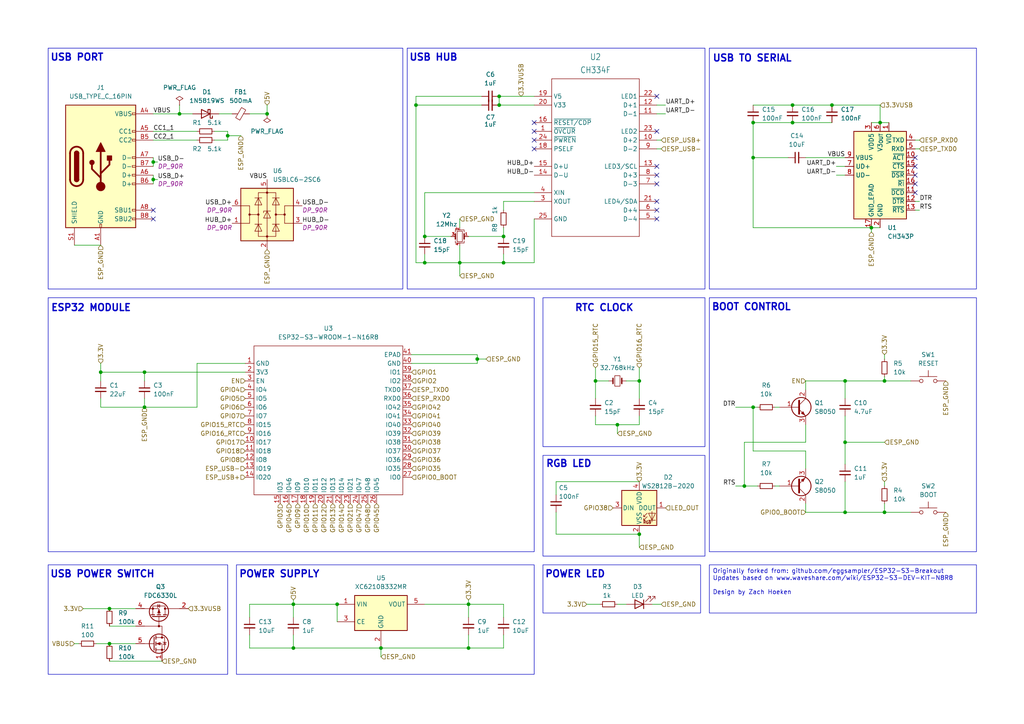
<source format=kicad_sch>
(kicad_sch (version 20250114) (generator "eeschema") (generator_version "9.0")
  (paper "A4")
  (lib_symbols
    (symbol "Connector:USB_C_Receptacle_USB2.0" (pin_names (offset 1.016))
      (property "Reference" "J" (at -10.16 19.05 0))
      (property "Value" "USB_C_Receptacle_USB2.0" (at 19.05 19.05 0))
      (symbol "USB_C_Receptacle_USB2.0_1_1"
        (pin passive line (at -7.62 -22.86 90) (length 5.08) (name "SHIELD") (number "S1"))
        (pin passive line (at 0 -22.86 90) (length 5.08) (name "GND") (number "A1"))
        (pin passive line (at 0 -22.86 90) (length 5.08) (hide yes) (name "GND") (number "A12"))
        (pin passive line (at 0 -22.86 90) (length 5.08) (hide yes) (name "GND") (number "B1"))
        (pin passive line (at 0 -22.86 90) (length 5.08) (hide yes) (name "GND") (number "B12"))
        (pin passive line (at 15.24 15.24 180) (length 5.08) (name "VBUS") (number "A4"))
        (pin passive line (at 15.24 15.24 180) (length 5.08) (hide yes) (name "VBUS") (number "A9"))
        (pin passive line (at 15.24 15.24 180) (length 5.08) (hide yes) (name "VBUS") (number "B4"))
        (pin passive line (at 15.24 15.24 180) (length 5.08) (hide yes) (name "VBUS") (number "B9"))
        (pin bidirectional line (at 15.24 10.16 180) (length 5.08) (name "CC1") (number "A5"))
        (pin bidirectional line (at 15.24 7.62 180) (length 5.08) (name "CC2") (number "B5"))
        (pin bidirectional line (at 15.24 2.54 180) (length 5.08) (name "D-") (number "A7"))
        (pin bidirectional line (at 15.24 0 180) (length 5.08) (name "D-") (number "B7"))
        (pin bidirectional line (at 15.24 -2.54 180) (length 5.08) (name "D+") (number "A6"))
        (pin bidirectional line (at 15.24 -5.08 180) (length 5.08) (name "D+") (number "B6"))
        (pin bidirectional line (at 15.24 -12.7 180) (length 5.08) (name "SBU1") (number "A8"))
        (pin bidirectional line (at 15.24 -15.24 180) (length 5.08) (name "SBU2") (number "B8"))
      )
    )
    (symbol "Device:C_Small" (pin_numbers (hide yes)) (pin_names (offset 0.254) (hide yes))
      (property "Reference" "C" (at 0.254 1.778 0))
      (property "Value" "C_Small" (at 0.254 -2.032 0))
      (symbol "C_Small_1_1"
        (pin passive line (at 0 2.54 270) (length 2.032) (name "~") (number "1"))
        (pin passive line (at 0 -2.54 90) (length 2.032) (name "~") (number "2"))
      )
    )
    (symbol "Device:Crystal_GND24_Small" (pin_names (offset 1.016) (hide yes))
      (property "Reference" "Y" (at 1.27 4.445 0))
      (property "Value" "Crystal_GND24_Small" (at 1.27 2.54 0))
      (symbol "Crystal_GND24_Small_1_1"
        (pin passive line (at -2.54 0 0) (length 1.27) (name "1") (number "1"))
        (pin passive line (at 0 2.54 270) (length 0.635) (name "4") (number "4"))
        (pin passive line (at 0 -2.54 90) (length 0.635) (name "2") (number "2"))
        (pin passive line (at 2.54 0 180) (length 1.27) (name "3") (number "3"))
      )
    )
    (symbol "Device:Crystal_Small" (pin_numbers (hide yes)) (pin_names (offset 1.016) (hide yes))
      (property "Reference" "Y" (at 0 2.54 0))
      (property "Value" "Crystal_Small" (at 0 -2.54 0))
      (symbol "Crystal_Small_1_1"
        (pin passive line (at -2.54 0 0) (length 1.27) (name "1") (number "1"))
        (pin passive line (at 2.54 0 180) (length 1.27) (name "2") (number "2"))
      )
    )
    (symbol "Device:FerriteBead_Small" (pin_numbers (hide yes)) (pin_names (offset 0))
      (property "Reference" "FB" (at 1.905 1.27 0))
      (property "Value" "FerriteBead_Small" (at 1.905 -1.27 0))
      (symbol "FerriteBead_Small_1_1"
        (pin passive line (at 0 2.54 270) (length 1.27) (name "~") (number "1"))
        (pin passive line (at 0 -2.54 90) (length 1.27) (name "~") (number "2"))
      )
    )
    (symbol "Device:LED" (pin_numbers (hide yes)) (pin_names (offset 1.016) (hide yes))
      (property "Reference" "D" (at 0 2.54 0))
      (property "Value" "LED" (at 0 -2.54 0))
      (symbol "LED_1_1"
        (pin passive line (at -3.81 0 0) (length 2.54) (name "K") (number "1"))
        (pin passive line (at 3.81 0 180) (length 2.54) (name "A") (number "2"))
      )
    )
    (symbol "Device:Q_NPN_BCE" (pin_names (offset 0) (hide yes))
      (property "Reference" "Q" (at 5.08 1.27 0))
      (property "Value" "Q_NPN_BCE" (at 5.08 -1.27 0))
      (symbol "Q_NPN_BCE_1_1"
        (pin input line (at -5.08 0 0) (length 5.715) (name "B") (number "1"))
        (pin passive line (at 2.54 5.08 270) (length 2.54) (name "C") (number "2"))
        (pin passive line (at 2.54 -5.08 90) (length 2.54) (name "E") (number "3"))
      )
    )
    (symbol "Device:R_Small" (pin_numbers (hide yes)) (pin_names (offset 0.254) (hide yes))
      (property "Reference" "R" (at 0.762 0.508 0))
      (property "Value" "R_Small" (at 0.762 -1.016 0))
      (symbol "R_Small_1_1"
        (pin passive line (at 0 2.54 270) (length 0.762) (name "~") (number "1"))
        (pin passive line (at 0 -2.54 90) (length 0.762) (name "~") (number "2"))
      )
    )
    (symbol "Diode:1N5819WS" (pin_numbers (hide yes)) (pin_names (offset 1.016) (hide yes))
      (property "Reference" "D" (at 0 2.54 0))
      (property "Value" "1N5819WS" (at 0 -2.54 0))
      (symbol "1N5819WS_1_1"
        (pin passive line (at -3.81 0 0) (length 2.54) (name "K") (number "1"))
        (pin passive line (at 3.81 0 180) (length 2.54) (name "A") (number "2"))
      )
    )
    (symbol "ESP32-S3-Breakout:ESP32-S3-WROOM"
      (property "Reference" "U" (at 0 1.27 0))
      (property "Value" "ESP32-S3-WROOM" (at 0 -1.27 0))
      (symbol "ESP32-S3-WROOM_0_0"
        (pin power_in line (at -24.13 16.51 0) (length 2.54) (name "GND") (number "1"))
        (pin power_in line (at -24.13 13.97 0) (length 2.54) (name "3V3") (number "2"))
        (pin input line (at -24.13 11.43 0) (length 2.54) (name "EN") (number "3"))
        (pin bidirectional line (at -24.13 8.89 0) (length 2.54) (name "IO4") (number "4"))
        (pin bidirectional line (at -24.13 6.35 0) (length 2.54) (name "IO5") (number "5"))
        (pin bidirectional line (at -24.13 3.81 0) (length 2.54) (name "IO6") (number "6"))
        (pin bidirectional line (at -24.13 1.27 0) (length 2.54) (name "IO7") (number "7"))
        (pin bidirectional line (at -24.13 -1.27 0) (length 2.54) (name "IO15") (number "8"))
        (pin bidirectional line (at -24.13 -3.81 0) (length 2.54) (name "IO16") (number "9"))
        (pin bidirectional line (at -24.13 -6.35 0) (length 2.54) (name "IO17") (number "10"))
        (pin bidirectional line (at -24.13 -8.89 0) (length 2.54) (name "IO18") (number "11"))
        (pin bidirectional line (at -24.13 -11.43 0) (length 2.54) (name "IO8") (number "12"))
        (pin bidirectional line (at -24.13 -13.97 0) (length 2.54) (name "IO19") (number "13"))
        (pin bidirectional line (at -24.13 -16.51 0) (length 2.54) (name "IO20") (number "14"))
        (pin bidirectional line (at -13.97 -24.13 90) (length 2.54) (name "IO3") (number "15"))
        (pin bidirectional line (at -11.43 -24.13 90) (length 2.54) (name "IO46") (number "16"))
        (pin bidirectional line (at -8.89 -24.13 90) (length 2.54) (name "IO9") (number "17"))
        (pin bidirectional line (at -6.35 -24.13 90) (length 2.54) (name "IO10") (number "18"))
        (pin bidirectional line (at -3.81 -24.13 90) (length 2.54) (name "IO11") (number "19"))
        (pin bidirectional line (at -1.27 -24.13 90) (length 2.54) (name "IO12") (number "20"))
        (pin bidirectional line (at 1.27 -24.13 90) (length 2.54) (name "IO13") (number "21"))
        (pin bidirectional line (at 3.81 -24.13 90) (length 2.54) (name "IO14") (number "22"))
        (pin bidirectional line (at 6.35 -24.13 90) (length 2.54) (name "IO21") (number "23"))
        (pin bidirectional line (at 8.89 -24.13 90) (length 2.54) (name "IO47") (number "24"))
        (pin bidirectional line (at 11.43 -24.13 90) (length 2.54) (name "IO48") (number "25"))
        (pin bidirectional line (at 13.97 -24.13 90) (length 2.54) (name "IO45") (number "26"))
        (pin power_in line (at 24.13 19.05 180) (length 2.54) (name "EPAD") (number "41"))
        (pin power_in line (at 24.13 16.51 180) (length 2.54) (name "GND") (number "40"))
        (pin bidirectional line (at 24.13 13.97 180) (length 2.54) (name "IO1") (number "39"))
        (pin bidirectional line (at 24.13 11.43 180) (length 2.54) (name "IO2") (number "38"))
        (pin bidirectional line (at 24.13 8.89 180) (length 2.54) (name "TXD0") (number "37"))
        (pin bidirectional line (at 24.13 6.35 180) (length 2.54) (name "RXD0") (number "36"))
        (pin bidirectional line (at 24.13 3.81 180) (length 2.54) (name "IO42") (number "35"))
        (pin bidirectional line (at 24.13 1.27 180) (length 2.54) (name "IO41") (number "34"))
        (pin bidirectional line (at 24.13 -1.27 180) (length 2.54) (name "IO40") (number "33"))
        (pin bidirectional line (at 24.13 -3.81 180) (length 2.54) (name "IO39") (number "32"))
        (pin bidirectional line (at 24.13 -6.35 180) (length 2.54) (name "IO38") (number "31"))
        (pin bidirectional line (at 24.13 -8.89 180) (length 2.54) (name "IO37") (number "30"))
        (pin bidirectional line (at 24.13 -11.43 180) (length 2.54) (name "IO36") (number "29"))
        (pin bidirectional line (at 24.13 -13.97 180) (length 2.54) (name "IO35") (number "28"))
        (pin bidirectional line (at 24.13 -16.51 180) (length 2.54) (name "IO0") (number "27"))
      )
    )
    (symbol "Interface_USB:CH343P"
      (property "Reference" "U" (at -8.89 13.97 0))
      (property "Value" "CH343P" (at 7.62 13.97 0))
      (symbol "CH343P_1_0"
        (pin power_in line (at -2.54 -15.24 90) (length 2.54) (name "GND_EPAD") (number "17"))
        (pin power_in line (at 0 -15.24 90) (length 2.54) (name "GND") (number "2"))
      )
      (symbol "CH343P_1_1"
        (pin input line (at -10.16 5.08 0) (length 2.54) (name "VBUS") (number "9"))
        (pin bidirectional line (at -10.16 2.54 0) (length 2.54) (name "UD+") (number "7"))
        (pin bidirectional line (at -10.16 0 0) (length 2.54) (name "UD-") (number "8"))
        (pin power_in line (at -2.54 15.24 270) (length 2.54) (name "VDD5") (number "3"))
        (pin power_out line (at 0 15.24 270) (length 2.54) (name "V3_{OUT}") (number "6"))
        (pin power_in line (at 2.54 15.24 270) (length 2.54) (name "VIO") (number "1"))
        (pin output line (at 10.16 10.16 180) (length 2.54) (name "TXD") (number "4"))
        (pin input line (at 10.16 7.62 180) (length 2.54) (name "RXD") (number "5"))
        (pin output line (at 10.16 5.08 180) (length 2.54) (name "~{ACT}") (number "10"))
        (pin input line (at 10.16 2.54 180) (length 2.54) (name "~{CTS}") (number "15"))
        (pin input line (at 10.16 0 180) (length 2.54) (name "~{DSR}") (number "14"))
        (pin input line (at 10.16 -2.54 180) (length 2.54) (name "~{RI}") (number "16"))
        (pin input line (at 10.16 -5.08 180) (length 2.54) (name "~{DCD}") (number "11"))
        (pin output line (at 10.16 -7.62 180) (length 2.54) (name "~{DTR}") (number "12"))
        (pin output line (at 10.16 -10.16 180) (length 2.54) (name "~{RTS}") (number "13"))
      )
    )
    (symbol "LED:WS2812B-2020" (pin_names (offset 0.254))
      (property "Reference" "D" (at 5.08 5.715 0))
      (property "Value" "WS2812B-2020" (at 1.27 -5.715 0))
      (symbol "WS2812B-2020_0_0"
        (text "RGB" (at 2.286 -4.191 0) (effects (font (size 0.762 0.762))))
      )
      (symbol "WS2812B-2020_1_1"
        (pin input line (at -7.62 0 0) (length 2.54) (name "DIN") (number "3"))
        (pin power_in line (at 0 7.62 270) (length 2.54) (name "VDD") (number "4"))
        (pin power_in line (at 0 -7.62 90) (length 2.54) (name "VSS") (number "2"))
        (pin output line (at 7.62 0 180) (length 2.54) (name "DOUT") (number "1"))
      )
    )
    (symbol "Power_Protection:USBLC6-2SC6" (pin_names (hide yes))
      (property "Reference" "U" (at 2.54 8.89 0))
      (property "Value" "USBLC6-2SC6" (at 2.54 -8.89 0))
      (symbol "USBLC6-2SC6_1_1"
        (pin passive line (at -10.16 2.54 0) (length 2.54) (name "I/O1") (number "6"))
        (pin passive line (at -10.16 -2.54 0) (length 2.54) (name "I/O1") (number "1"))
        (pin passive line (at 0 10.16 270) (length 2.54) (name "VBUS") (number "5"))
        (pin passive line (at 0 -10.16 90) (length 2.54) (name "GND") (number "2"))
        (pin passive line (at 10.16 2.54 180) (length 2.54) (name "I/O2") (number "4"))
        (pin passive line (at 10.16 -2.54 180) (length 2.54) (name "I/O2") (number "3"))
      )
    )
    (symbol "Regulator_Linear:XC6210B332MR"
      (property "Reference" "U" (at 0 8.89 0))
      (property "Value" "XC6210B332MR" (at 0 6.35 0))
      (symbol "XC6210B332MR_1_1"
        (pin power_in line (at -12.7 2.54 0) (length 5.08) (name "VIN") (number "1"))
        (pin input line (at -12.7 -2.54 0) (length 5.08) (name "CE") (number "3"))
        (pin power_in line (at 0 -10.16 90) (length 5.08) (name "GND") (number "2"))
        (pin power_out line (at 12.7 2.54 180) (length 5.08) (name "VOUT") (number "5"))
        (pin no_connect line (at 12.7 -2.54 180) (length 5.08) (hide yes) (name "NC") (number "4"))
      )
    )
    (symbol "Switch:SW_Push" (pin_numbers (hide yes)) (pin_names (offset 1.016) (hide yes))
      (property "Reference" "SW" (at 1.27 2.54 0))
      (property "Value" "SW_Push" (at 0 -1.524 0))
      (symbol "SW_Push_0_1"
        (pin passive line (at -5.08 0 0) (length 2.54) (name "1") (number "1"))
        (pin passive line (at 5.08 0 180) (length 2.54) (name "2") (number "2"))
      )
    )
    (symbol "Transistor_FET:FDC6330L" (pin_names (hide yes))
      (property "Reference" "Q" (at 3.175 1.905 0))
      (property "Value" "FDC6330L" (at 3.175 0 0))
      (symbol "FDC6330L_1_1"
        (pin passive line (at -7.62 7.62 0) (length 2.54) (name "S2") (number "4"))
        (pin passive line (at -7.62 2.54 0) (length 2.54) (name "D1") (number "6"))
        (pin passive line (at -7.62 -2.54 0) (length 2.54) (name "G1") (number "5"))
        (pin passive line (at 0 -7.62 90) (length 2.54) (name "S1") (number "1"))
        (pin passive line (at 7.62 7.62 180) (length 2.54) (name "D2") (number "2"))
        (pin passive line (at 7.62 7.62 180) (length 2.54) (hide yes) (name "D2") (number "3"))
      )
    )
    (symbol "power:PWR_FLAG" (power) (pin_numbers (hide yes)) (pin_names (offset 0) (hide yes))
      (property "Value" "PWR_FLAG" (at 0 3.81 0))
      (symbol "PWR_FLAG_0_0"
        (pin power_out line (at 0 0 90) (length 0) (name "pwr") (number "1"))
      )
    )
    (symbol "yarrboard:CH334F"
      (property "Reference" "U" (at -12.7 -25.4 0))
      (symbol "CH334F_1_0"
        (pin power_in line (at -17.78 17.78 0) (length 5.08) (name "V5") (number "19"))
        (pin power_in line (at -17.78 15.24 0) (length 5.08) (name "V33") (number "20"))
        (pin input line (at -17.78 10.16 0) (length 5.08) (name "~{RESET/CDP}") (number "16"))
        (pin input line (at -17.78 7.62 0) (length 5.08) (name "~{OVCUR}") (number "1"))
        (pin output line (at -17.78 5.08 0) (length 5.08) (name "~{PWREN}") (number "24"))
        (pin input line (at -17.78 2.54 0) (length 5.08) (name "PSELF") (number "18"))
        (pin bidirectional line (at -17.78 -2.54 0) (length 5.08) (name "D+U") (number "15"))
        (pin bidirectional line (at -17.78 -5.08 0) (length 5.08) (name "D-U") (number "14"))
        (pin input line (at -17.78 -10.16 0) (length 5.08) (name "XIN") (number "4"))
        (pin output line (at -17.78 -12.7 0) (length 5.08) (name "XOUT") (number "3"))
        (pin power_in line (at -17.78 -17.78 0) (length 5.08) (name "GND") (number "25"))
        (pin no_connect line (at -17.78 -21.59 0) (length 5.08) (hide yes) (name "2") (number "2"))
        (pin no_connect line (at 12.7 -21.59 180) (length 5.08) (hide yes) (name "17") (number "17"))
        (pin bidirectional line (at 17.78 17.78 180) (length 5.08) (name "LED1") (number "22"))
        (pin bidirectional line (at 17.78 15.24 180) (length 5.08) (name "D+1") (number "12"))
        (pin bidirectional line (at 17.78 12.7 180) (length 5.08) (name "D-1") (number "11"))
        (pin bidirectional line (at 17.78 7.62 180) (length 5.08) (name "LED2") (number "23"))
        (pin bidirectional line (at 17.78 5.08 180) (length 5.08) (name "D+2") (number "10"))
        (pin bidirectional line (at 17.78 2.54 180) (length 5.08) (name "D-2") (number "9"))
        (pin bidirectional line (at 17.78 -2.54 180) (length 5.08) (name "LED3/SCL") (number "13"))
        (pin bidirectional line (at 17.78 -5.08 180) (length 5.08) (name "D+3") (number "8"))
        (pin bidirectional line (at 17.78 -7.62 180) (length 5.08) (name "D-3") (number "7"))
        (pin bidirectional line (at 17.78 -12.7 180) (length 5.08) (name "LED4/SDA") (number "21"))
        (pin bidirectional line (at 17.78 -15.24 180) (length 5.08) (name "D+4") (number "6"))
        (pin bidirectional line (at 17.78 -17.78 180) (length 5.08) (name "D-4") (number "5"))
      )
    )
  )
  (rectangle (start 13.97 13.97) (end 116.84 83.82))
  (rectangle (start 205.74 86.36) (end 283.21 160.02))
  (rectangle (start 118.11 13.97) (end 204.47 83.82))
  (rectangle (start 68.58 163.83) (end 154.94 195.58))
  (rectangle (start 13.97 163.83) (end 66.04 195.58))
  (rectangle (start 157.48 86.36) (end 204.47 129.54))
  (rectangle (start 13.97 86.36) (end 154.94 160.02))
  (rectangle (start 157.48 132.08) (end 204.47 161.29))
  (rectangle (start 157.48 163.83) (end 203.2 177.8))
  (rectangle (start 205.74 13.97) (end 283.21 83.82))
  (text "RTC CLOCK" (at 175.26 89.408 0) (effects (font (size 2 2) (thickness 0.4) (bold yes))))
  (text "USB TO SERIAL" (at 218.186 17.018 0) (effects (font (size 2 2) (thickness 0.4) (bold yes))))
  (text "USB HUB" (at 125.73 16.764 0) (effects (font (size 2 2) (thickness 0.4) (bold yes))))
  (text "POWER LED" (at 157.988 166.624 0) (effects (font (size 2 2) (thickness 0.4) (bold yes)) (justify left)))
  (text "BOOT CONTROL" (at 217.932 89.154 0) (effects (font (size 2 2) (thickness 0.4) (bold yes))))
  (text "USB POWER SWITCH" (at 29.718 166.624 0) (effects (font (size 2 2) (thickness 0.4) (bold yes))))
  (text "ESP32 MODULE" (at 26.416 89.408 0) (effects (font (size 2 2) (thickness 0.4) (bold yes))))
  (text "RGB LED" (at 158.242 134.62 0) (effects (font (size 2 2) (thickness 0.4) (bold yes)) (justify left)))
  (text "POWER SUPPLY" (at 81.026 166.624 0) (effects (font (size 2 2) (thickness 0.4) (bold yes))))
  (text "USB PORT" (at 22.352 16.764 0) (effects (font (size 2 2) (thickness 0.4) (bold yes))))
  (text_box "Originally forked from: github.com/eggsampler/ESP32-S3-Breakout\nUpdates based on www.waveshare.com/wiki/ESP32-S3-DEV-KIT-N8R8\n\nDesign by Zach Hoeken" (at 205.74 163.83 0) (size 77.47 13.97) (margins 0.9525 0.9525 0.9525 0.9525) (effects (font (size 1.27 1.27)) (justify left top)))
  (junction (at 135.89 175.26))
  (junction (at 41.91 107.95))
  (junction (at 256.54 110.49))
  (junction (at 218.44 45.72))
  (junction (at 120.65 30.48))
  (junction (at 241.3 30.48))
  (junction (at 218.44 118.11))
  (junction (at 138.43 104.14))
  (junction (at 245.11 110.49))
  (junction (at 252.73 66.04))
  (junction (at 185.42 110.49))
  (junction (at 85.09 175.26))
  (junction (at 255.27 35.56))
  (junction (at 85.09 187.96))
  (junction (at 31.75 176.53))
  (junction (at 144.78 27.94))
  (junction (at 144.78 30.48))
  (junction (at 123.19 68.58))
  (junction (at 31.75 186.69))
  (junction (at 29.21 107.95))
  (junction (at 135.89 187.96))
  (junction (at 77.47 33.02))
  (junction (at 218.44 35.56))
  (junction (at 44.45 52.07))
  (junction (at 44.45 46.99))
  (junction (at 52.07 33.02))
  (junction (at 256.54 148.59))
  (junction (at 215.9 140.97))
  (junction (at 185.42 154.94))
  (junction (at 146.05 76.2))
  (junction (at 229.87 35.56))
  (junction (at 66.04 39.37))
  (junction (at 146.05 68.58))
  (junction (at 41.91 118.11))
  (junction (at 245.11 128.27))
  (junction (at 229.87 30.48))
  (junction (at 110.49 187.96))
  (junction (at 123.19 76.2))
  (junction (at 172.72 110.49))
  (junction (at 245.11 148.59))
  (junction (at 179.07 123.19))
  (junction (at 133.35 76.2))
  (junction (at 97.79 175.26))
  (no_connect (at 190.5 48.26))
  (no_connect (at 154.94 43.18))
  (no_connect (at 154.94 35.56))
  (no_connect (at 190.5 38.1))
  (no_connect (at 44.45 60.96))
  (no_connect (at 265.43 55.88))
  (no_connect (at 265.43 50.8))
  (no_connect (at 154.94 38.1))
  (no_connect (at 190.5 50.8))
  (no_connect (at 44.45 63.5))
  (no_connect (at 190.5 58.42))
  (no_connect (at 154.94 40.64))
  (no_connect (at 190.5 53.34))
  (no_connect (at 190.5 27.94))
  (no_connect (at 265.43 45.72))
  (no_connect (at 265.43 48.26))
  (no_connect (at 265.43 53.34))
  (no_connect (at 190.5 60.96))
  (no_connect (at 190.5 63.5))
  (wire (pts (xy 123.19 73.66) (xy 123.19 76.2)))
  (wire (pts (xy 218.44 130.81) (xy 218.44 118.11)))
  (wire (pts (xy 146.05 66.04) (xy 146.05 68.58)))
  (wire (pts (xy 85.09 173.99) (xy 85.09 175.26)))
  (wire (pts (xy 252.73 66.04) (xy 252.73 67.31)))
  (wire (pts (xy 224.79 118.11) (xy 226.06 118.11)))
  (wire (pts (xy 172.72 123.19) (xy 179.07 123.19)))
  (wire (pts (xy 44.45 50.8) (xy 44.45 52.07)))
  (wire (pts (xy 170.18 175.26) (xy 173.99 175.26)))
  (wire (pts (xy 85.09 175.26) (xy 97.79 175.26)))
  (wire (pts (xy 154.94 63.5) (xy 154.94 76.2)))
  (wire (pts (xy 144.78 30.48) (xy 144.78 27.94)))
  (wire (pts (xy 123.19 175.26) (xy 135.89 175.26)))
  (wire (pts (xy 191.77 43.18) (xy 190.5 43.18)))
  (wire (pts (xy 44.45 45.72) (xy 44.45 46.99)))
  (wire (pts (xy 85.09 184.15) (xy 85.09 187.96)))
  (wire (pts (xy 229.87 30.48) (xy 241.3 30.48)))
  (wire (pts (xy 41.91 107.95) (xy 71.12 107.95)))
  (wire (pts (xy 245.11 110.49) (xy 245.11 115.57)))
  (wire (pts (xy 110.49 187.96) (xy 110.49 190.5)))
  (wire (pts (xy 172.72 110.49) (xy 176.53 110.49)))
  (wire (pts (xy 52.07 30.48) (xy 52.07 33.02)))
  (wire (pts (xy 218.44 118.11) (xy 219.71 118.11)))
  (wire (pts (xy 241.3 30.48) (xy 255.27 30.48)))
  (wire (pts (xy 252.73 66.04) (xy 218.44 66.04)))
  (wire (pts (xy 72.39 33.02) (xy 77.47 33.02)))
  (wire (pts (xy 123.19 68.58) (xy 123.19 55.88)))
  (wire (pts (xy 245.11 120.65) (xy 245.11 128.27)))
  (wire (pts (xy 245.11 128.27) (xy 256.54 128.27)))
  (wire (pts (xy 133.35 76.2) (xy 133.35 80.01)))
  (wire (pts (xy 161.29 148.59) (xy 161.29 154.94)))
  (wire (pts (xy 146.05 58.42) (xy 146.05 60.96)))
  (wire (pts (xy 193.04 33.02) (xy 190.5 33.02)))
  (wire (pts (xy 31.75 181.61) (xy 39.37 181.61)))
  (wire (pts (xy 57.15 118.11) (xy 41.91 118.11)))
  (wire (pts (xy 218.44 66.04) (xy 218.44 45.72)))
  (wire (pts (xy 245.11 110.49) (xy 256.54 110.49)))
  (wire (pts (xy 233.68 45.72) (xy 245.11 45.72)))
  (wire (pts (xy 256.54 109.22) (xy 256.54 110.49)))
  (wire (pts (xy 146.05 175.26) (xy 146.05 179.07)))
  (wire (pts (xy 135.89 175.26) (xy 146.05 175.26)))
  (wire (pts (xy 120.65 30.48) (xy 120.65 76.2)))
  (wire (pts (xy 185.42 154.94) (xy 161.29 154.94)))
  (wire (pts (xy 77.47 33.02) (xy 77.47 30.48)))
  (wire (pts (xy 193.04 30.48) (xy 190.5 30.48)))
  (wire (pts (xy 144.78 30.48) (xy 154.94 30.48)))
  (wire (pts (xy 29.21 118.11) (xy 41.91 118.11)))
  (wire (pts (xy 146.05 187.96) (xy 146.05 184.15)))
  (wire (pts (xy 215.9 128.27) (xy 215.9 140.97)))
  (wire (pts (xy 62.23 40.64) (xy 66.04 40.64)))
  (wire (pts (xy 97.79 175.26) (xy 97.79 180.34)))
  (wire (pts (xy 85.09 187.96) (xy 72.39 187.96)))
  (wire (pts (xy 266.7 40.64) (xy 265.43 40.64)))
  (wire (pts (xy 154.94 58.42) (xy 146.05 58.42)))
  (wire (pts (xy 233.68 130.81) (xy 218.44 130.81)))
  (wire (pts (xy 29.21 105.41) (xy 29.21 107.95)))
  (wire (pts (xy 256.54 148.59) (xy 264.16 148.59)))
  (wire (pts (xy 29.21 115.57) (xy 29.21 118.11)))
  (wire (pts (xy 123.19 76.2) (xy 133.35 76.2)))
  (wire (pts (xy 185.42 110.49) (xy 185.42 115.57)))
  (wire (pts (xy 233.68 148.59) (xy 245.11 148.59)))
  (wire (pts (xy 52.07 33.02) (xy 55.88 33.02)))
  (wire (pts (xy 44.45 33.02) (xy 52.07 33.02)))
  (wire (pts (xy 213.36 118.11) (xy 218.44 118.11)))
  (wire (pts (xy 218.44 35.56) (xy 218.44 45.72)))
  (wire (pts (xy 213.36 140.97) (xy 215.9 140.97)))
  (wire (pts (xy 245.11 148.59) (xy 256.54 148.59)))
  (wire (pts (xy 189.23 175.26) (xy 191.77 175.26)))
  (wire (pts (xy 29.21 107.95) (xy 41.91 107.95)))
  (wire (pts (xy 133.35 71.12) (xy 133.35 76.2)))
  (wire (pts (xy 179.07 123.19) (xy 185.42 123.19)))
  (wire (pts (xy 31.75 186.69) (xy 39.37 186.69)))
  (wire (pts (xy 185.42 154.94) (xy 185.42 158.75)))
  (wire (pts (xy 135.89 179.07) (xy 135.89 175.26)))
  (wire (pts (xy 85.09 187.96) (xy 110.49 187.96)))
  (wire (pts (xy 266.7 43.18) (xy 265.43 43.18)))
  (wire (pts (xy 135.89 187.96) (xy 146.05 187.96)))
  (wire (pts (xy 41.91 115.57) (xy 41.91 118.11)))
  (wire (pts (xy 185.42 110.49) (xy 181.61 110.49)))
  (wire (pts (xy 71.12 105.41) (xy 57.15 105.41)))
  (wire (pts (xy 133.35 63.5) (xy 133.35 66.04)))
  (wire (pts (xy 224.79 140.97) (xy 226.06 140.97)))
  (wire (pts (xy 31.75 191.77) (xy 46.99 191.77)))
  (wire (pts (xy 154.94 76.2) (xy 146.05 76.2)))
  (wire (pts (xy 44.45 46.99) (xy 45.72 46.99)))
  (wire (pts (xy 123.19 55.88) (xy 154.94 55.88)))
  (wire (pts (xy 255.27 35.56) (xy 257.81 35.56)))
  (wire (pts (xy 233.68 110.49) (xy 245.11 110.49)))
  (wire (pts (xy 140.97 104.14) (xy 138.43 104.14)))
  (wire (pts (xy 62.23 38.1) (xy 66.04 38.1)))
  (wire (pts (xy 233.68 146.05) (xy 233.68 148.59)))
  (wire (pts (xy 252.73 66.04) (xy 255.27 66.04)))
  (wire (pts (xy 135.89 187.96) (xy 110.49 187.96)))
  (wire (pts (xy 218.44 35.56) (xy 229.87 35.56)))
  (wire (pts (xy 185.42 123.19) (xy 185.42 120.65)))
  (wire (pts (xy 191.77 40.64) (xy 190.5 40.64)))
  (wire (pts (xy 41.91 110.49) (xy 41.91 107.95)))
  (wire (pts (xy 266.7 60.96) (xy 265.43 60.96)))
  (wire (pts (xy 144.78 27.94) (xy 154.94 27.94)))
  (wire (pts (xy 172.72 110.49) (xy 172.72 115.57)))
  (wire (pts (xy 256.54 110.49) (xy 264.16 110.49)))
  (wire (pts (xy 31.75 176.53) (xy 39.37 176.53)))
  (wire (pts (xy 44.45 46.99) (xy 44.45 48.26)))
  (wire (pts (xy 245.11 148.59) (xy 245.11 139.7)))
  (wire (pts (xy 135.89 173.99) (xy 135.89 175.26)))
  (wire (pts (xy 185.42 106.68) (xy 185.42 110.49)))
  (wire (pts (xy 172.72 106.68) (xy 172.72 110.49)))
  (wire (pts (xy 85.09 179.07) (xy 85.09 175.26)))
  (wire (pts (xy 66.04 39.37) (xy 66.04 40.64)))
  (wire (pts (xy 233.68 135.89) (xy 233.68 130.81)))
  (wire (pts (xy 266.7 58.42) (xy 265.43 58.42)))
  (wire (pts (xy 218.44 30.48) (xy 229.87 30.48)))
  (wire (pts (xy 120.65 27.94) (xy 120.65 30.48)))
  (wire (pts (xy 44.45 52.07) (xy 45.72 52.07)))
  (wire (pts (xy 138.43 104.14) (xy 138.43 102.87)))
  (wire (pts (xy 242.57 50.8) (xy 245.11 50.8)))
  (wire (pts (xy 179.07 175.26) (xy 181.61 175.26)))
  (wire (pts (xy 256.54 102.87) (xy 256.54 104.14)))
  (wire (pts (xy 139.7 27.94) (xy 120.65 27.94)))
  (wire (pts (xy 233.68 113.03) (xy 233.68 110.49)))
  (wire (pts (xy 72.39 187.96) (xy 72.39 184.15)))
  (wire (pts (xy 57.15 105.41) (xy 57.15 118.11)))
  (wire (pts (xy 44.45 52.07) (xy 44.45 53.34)))
  (wire (pts (xy 119.38 105.41) (xy 138.43 105.41)))
  (wire (pts (xy 256.54 139.7) (xy 256.54 140.97)))
  (wire (pts (xy 215.9 140.97) (xy 219.71 140.97)))
  (wire (pts (xy 29.21 110.49) (xy 29.21 107.95)))
  (wire (pts (xy 161.29 139.7) (xy 161.29 143.51)))
  (wire (pts (xy 24.13 176.53) (xy 31.75 176.53)))
  (wire (pts (xy 66.04 38.1) (xy 66.04 39.37)))
  (wire (pts (xy 229.87 35.56) (xy 241.3 35.56)))
  (wire (pts (xy 66.04 39.37) (xy 69.85 39.37)))
  (wire (pts (xy 161.29 139.7) (xy 185.42 139.7)))
  (wire (pts (xy 72.39 175.26) (xy 72.39 179.07)))
  (wire (pts (xy 120.65 30.48) (xy 139.7 30.48)))
  (wire (pts (xy 135.89 68.58) (xy 146.05 68.58)))
  (wire (pts (xy 233.68 123.19) (xy 233.68 128.27)))
  (wire (pts (xy 120.65 76.2) (xy 123.19 76.2)))
  (wire (pts (xy 44.45 40.64) (xy 57.15 40.64)))
  (wire (pts (xy 135.89 184.15) (xy 135.89 187.96)))
  (wire (pts (xy 123.19 68.58) (xy 130.81 68.58)))
  (wire (pts (xy 256.54 146.05) (xy 256.54 148.59)))
  (wire (pts (xy 27.94 186.69) (xy 31.75 186.69)))
  (wire (pts (xy 242.57 48.26) (xy 245.11 48.26)))
  (wire (pts (xy 146.05 76.2) (xy 133.35 76.2)))
  (wire (pts (xy 63.5 33.02) (xy 67.31 33.02)))
  (wire (pts (xy 85.09 175.26) (xy 72.39 175.26)))
  (wire (pts (xy 172.72 123.19) (xy 172.72 120.65)))
  (wire (pts (xy 218.44 45.72) (xy 228.6 45.72)))
  (wire (pts (xy 245.11 128.27) (xy 245.11 134.62)))
  (wire (pts (xy 21.59 71.12) (xy 29.21 71.12)))
  (wire (pts (xy 138.43 105.41) (xy 138.43 104.14)))
  (wire (pts (xy 119.38 102.87) (xy 138.43 102.87)))
  (wire (pts (xy 255.27 30.48) (xy 255.27 35.56)))
  (wire (pts (xy 233.68 128.27) (xy 215.9 128.27)))
  (wire (pts (xy 146.05 73.66) (xy 146.05 76.2)))
  (wire (pts (xy 44.45 38.1) (xy 57.15 38.1)))
  (wire (pts (xy 179.07 123.19) (xy 179.07 125.73)))
  (wire (pts (xy 21.59 186.69) (xy 22.86 186.69)))
  (wire (pts (xy 252.73 35.56) (xy 255.27 35.56)))
  (label "USB_D+" (at 67.31 59.69 180) (property "Netclass" "DP_90R" (at 67.31 60.96 0) (effects (font (italic yes)) (justify right))))
  (label "USB_D-" (at 87.63 59.69 0) (property "Netclass" "DP_90R" (at 87.63 60.96 0) (effects (font (italic yes)) (justify left))))
  (label "UART_D-" (at 242.57 50.8 180) (property "Netclass" "DP_90R" (effects (hide yes))))
  (label "RTS" (at 213.36 140.97 180))
  (label "HUB_D-" (at 154.94 50.8 180) (property "Netclass" "DP_90R" (effects (hide yes))))
  (label "UART_D+" (at 242.57 48.26 180) (property "Netclass" "DP_90R" (effects (hide yes))))
  (label "DTR" (at 213.36 118.11 180))
  (label "HUB_D+" (at 67.31 64.77 180) (property "Netclass" "DP_90R" (at 67.31 66.04 0) (effects (font (italic yes)) (justify right))))
  (label "CC2_1" (at 44.45 40.64 0))
  (label "VBUS" (at 44.45 33.02 0))
  (label "UART_D+" (at 193.04 30.48 0) (property "Netclass" "DP_90R" (effects (hide yes))))
  (label "HUB_D-" (at 87.63 64.77 0) (property "Netclass" "DP_90R" (at 87.63 66.04 0) (effects (font (italic yes)) (justify left))))
  (label "RTS" (at 266.7 60.96 0))
  (label "HUB_D+" (at 154.94 48.26 180) (property "Netclass" "DP_90R" (effects (hide yes))))
  (label "USB_D+" (at 45.72 52.07 0) (property "Netclass" "DP_90R" (at 45.72 53.34 0) (effects (font (italic yes)) (justify left))))
  (label "VBUS" (at 77.47 52.07 180))
  (label "UART_D-" (at 193.04 33.02 0) (property "Netclass" "DP_90R" (effects (hide yes))))
  (label "DTR" (at 266.7 58.42 0))
  (label "CC1_1" (at 44.45 38.1 0))
  (label "USB_D-" (at 45.72 46.99 0) (property "Netclass" "DP_90R" (at 45.72 48.26 0) (effects (font (italic yes)) (justify left))))
  (label "VBUS" (at 245.11 45.72 180))
  (hierarchical_label "GPIO35" (shape input) (at 119.38 135.89 0))
  (hierarchical_label "5V" (shape input) (at 77.47 30.48 90))
  (hierarchical_label "3.3V" (shape input) (at 185.42 139.7 90))
  (hierarchical_label "GPIO16_RTC" (shape input) (at 185.42 106.68 90))
  (hierarchical_label "ESP_GND" (shape input) (at 140.97 104.14 0))
  (hierarchical_label "ESP_GND" (shape input) (at 191.77 175.26 0))
  (hierarchical_label "GPIO8" (shape input) (at 71.12 133.35 180))
  (hierarchical_label "GPIO15_RTC" (shape input) (at 71.12 123.19 180))
  (hierarchical_label "GPIO48" (shape input) (at 106.68 146.05 270))
  (hierarchical_label "GPIO4" (shape input) (at 71.12 113.03 180))
  (hierarchical_label "ESP_GND" (shape input) (at 179.07 125.73 0))
  (hierarchical_label "GPIO37" (shape input) (at 119.38 130.81 0))
  (hierarchical_label "GPIO15_RTC" (shape input) (at 172.72 106.68 90))
  (hierarchical_label "GPIO1" (shape input) (at 119.38 107.95 0))
  (hierarchical_label "ESP_GND" (shape input) (at 133.35 80.01 0))
  (hierarchical_label "3.3V" (shape input) (at 256.54 102.87 90))
  (hierarchical_label "ESP_USB-" (shape input) (at 191.77 43.18 0) (property "Netclass" "DP_90R" (effects (hide yes))))
  (hierarchical_label "5V" (shape input) (at 85.09 173.99 90))
  (hierarchical_label "EN" (shape input) (at 233.68 110.49 180))
  (hierarchical_label "ESP_RXD0" (shape input) (at 119.38 115.57 0))
  (hierarchical_label "GPIO11" (shape input) (at 91.44 146.05 270))
  (hierarchical_label "ESP_GND" (shape input) (at 69.85 39.37 270))
  (hierarchical_label "ESP_GND" (shape input) (at 274.32 110.49 270))
  (hierarchical_label "ESP_USB-" (shape input) (at 71.12 135.89 180) (property "Netclass" "DP_90R" (effects (hide yes))))
  (hierarchical_label "GPIO45" (shape input) (at 109.22 146.05 270))
  (hierarchical_label "GPIO9" (shape input) (at 86.36 146.05 270))
  (hierarchical_label "GPIO10" (shape input) (at 88.9 146.05 270))
  (hierarchical_label "ESP_RXD0" (shape input) (at 266.7 40.64 0))
  (hierarchical_label "ESP_GND" (shape input) (at 185.42 158.75 0))
  (hierarchical_label "ESP_GND" (shape input) (at 77.47 72.39 270))
  (hierarchical_label "GPIO6" (shape input) (at 71.12 118.11 180))
  (hierarchical_label "GPIO21" (shape input) (at 101.6 146.05 270))
  (hierarchical_label "3.3V" (shape input) (at 135.89 173.99 90))
  (hierarchical_label "GPIO14" (shape input) (at 99.06 146.05 270))
  (hierarchical_label "GPIO0_BOOT" (shape input) (at 119.38 138.43 0))
  (hierarchical_label "3.3VUSB" (shape input) (at 54.61 176.53 0))
  (hierarchical_label "3.3V" (shape input) (at 24.13 176.53 180))
  (hierarchical_label "GPIO3" (shape input) (at 81.28 146.05 270))
  (hierarchical_label "GPIO42" (shape input) (at 119.38 118.11 0))
  (hierarchical_label "3.3VUSB" (shape input) (at 151.13 27.94 90))
  (hierarchical_label "GPIO40" (shape input) (at 119.38 123.19 0))
  (hierarchical_label "GPIO39" (shape input) (at 119.38 125.73 0))
  (hierarchical_label "GPIO7" (shape input) (at 71.12 120.65 180))
  (hierarchical_label "GPIO46" (shape input) (at 83.82 146.05 270))
  (hierarchical_label "ESP_TXD0" (shape input) (at 266.7 43.18 0))
  (hierarchical_label "GPIO47" (shape input) (at 104.14 146.05 270))
  (hierarchical_label "ESP_USB+" (shape input) (at 191.77 40.64 0) (property "Netclass" "DP_90R" (effects (hide yes))))
  (hierarchical_label "GPIO38" (shape input) (at 177.8 147.32 180))
  (hierarchical_label "3.3V" (shape input) (at 29.21 105.41 90))
  (hierarchical_label "GPIO41" (shape input) (at 119.38 120.65 0))
  (hierarchical_label "ESP_GND" (shape input) (at 46.99 191.77 0))
  (hierarchical_label "GPIO16_RTC" (shape input) (at 71.12 125.73 180))
  (hierarchical_label "ESP_GND" (shape input) (at 29.21 71.12 270))
  (hierarchical_label "GPIO13" (shape input) (at 96.52 146.05 270))
  (hierarchical_label "GPIO17" (shape input) (at 71.12 128.27 180))
  (hierarchical_label "VBUS" (shape input) (at 21.59 186.69 180))
  (hierarchical_label "ESP_GND" (shape input) (at 110.49 190.5 0))
  (hierarchical_label "LED_OUT" (shape input) (at 193.04 147.32 0))
  (hierarchical_label "ESP_GND" (shape input) (at 256.54 128.27 0))
  (hierarchical_label "ESP_GND" (shape input) (at 252.73 67.31 270))
  (hierarchical_label "ESP_USB+" (shape input) (at 71.12 138.43 180) (property "Netclass" "DP_90R" (effects (hide yes))))
  (hierarchical_label "ESP_GND" (shape input) (at 133.35 63.5 0))
  (hierarchical_label "GPIO0_BOOT" (shape input) (at 233.68 148.59 180))
  (hierarchical_label "EN" (shape input) (at 71.12 110.49 180))
  (hierarchical_label "ESP_GND" (shape input) (at 274.32 148.59 270))
  (hierarchical_label "GPIO38" (shape input) (at 119.38 128.27 0))
  (hierarchical_label "GPIO12" (shape input) (at 93.98 146.05 270))
  (hierarchical_label "GPIO2" (shape input) (at 119.38 110.49 0))
  (hierarchical_label "3.3VUSB" (shape input) (at 255.27 30.48 0))
  (hierarchical_label "ESP_GND" (shape input) (at 41.91 118.11 270))
  (hierarchical_label "ESP_TXD0" (shape input) (at 119.38 113.03 0))
  (hierarchical_label "GPIO18" (shape input) (at 71.12 130.81 180))
  (hierarchical_label "GPIO36" (shape input) (at 119.38 133.35 0))
  (hierarchical_label "GPIO5" (shape input) (at 71.12 115.57 180))
  (hierarchical_label "3.3V" (shape input) (at 256.54 139.7 90))
  (hierarchical_label "3.3V" (shape input) (at 170.18 175.26 180))
  (symbol (lib_id "Device:Q_NPN_BCE") (at 231.14 140.97 0) (mirror x) (unit 1)
    (property "Reference" "Q2" (at 236.22 139.6999 0) (effects (justify left)))
    (property "Value" "S8050" (at 236.22 142.2399 0) (effects (justify left)))
    (property "Footprint" "Package_TO_SOT_SMD:SOT-23" (effects (hide yes)))
    (property "LCSC" "C916390" (effects (hide yes)))
  )
  (symbol (lib_id "power:PWR_FLAG") (at 77.47 33.02 180) (unit 1)
    (property "Reference" "#FLG03" (effects (hide yes)))
    (property "Value" "PWR_FLAG" (at 77.47 38.1 0))
  )
  (symbol (lib_id "yarrboard:CH334F") (at 172.72 45.72 0) (unit 1)
    (property "Reference" "U2" (at 172.72 16.51 0) (effects (font (size 1.778 1.5113))))
    (property "Value" "CH334F" (at 172.72 20.32 0) (effects (font (size 1.778 1.5113))))
    (property "Footprint" "Package_DFN_QFN:QFN-24-1EP_4x4mm_P0.5mm_EP2.7x2.7mm_ThermalVias" (effects (hide yes)))
  )
  (symbol (lib_id "Device:R_Small") (at 59.69 40.64 90) (unit 1)
    (property "Reference" "R2" (at 57.15 43.18 90))
    (property "Value" "5.1k" (at 62.23 43.18 90))
    (property "Footprint" "Resistor_SMD:R_0603_1608Metric" (effects (hide yes)))
    (property "LCSC" "C105580" (effects (hide yes)))
  )
  (symbol (lib_id "Device:Crystal_GND24_Small") (at 133.35 68.58 180) (unit 1)
    (property "Reference" "Y2" (at 129.54 62.484 0))
    (property "Value" "12Mhz" (at 129.54 65.024 0))
    (property "Footprint" "Crystal:Crystal_SMD_SeikoEpson_TSX3225-4Pin_3.2x2.5mm" (effects (hide yes)))
    (property "Description" "Four pin crystal, GND on pins 2 and 4, small symbol" (effects (hide yes)))
    (property "LCSC" "C9002" (effects (hide yes)))
  )
  (symbol (lib_id "Device:C_Small") (at 85.09 181.61 0) (unit 1)
    (property "Reference" "C8" (at 87.63 180.3462 0) (effects (justify left)))
    (property "Value" "1uF" (at 87.63 182.8862 0) (effects (justify left)))
    (property "Footprint" "Capacitor_SMD:C_0603_1608Metric" (effects (hide yes)))
  )
  (symbol (lib_id "Device:LED") (at 185.42 175.26 180) (unit 1)
    (property "Reference" "D3" (at 184.912 170.18 0))
    (property "Value" "LED" (at 184.912 172.72 0))
    (property "Footprint" "LED_SMD:LED_0603_1608Metric" (effects (hide yes)))
    (property "Description" "Light emitting diode" (effects (hide yes)))
    (property "Sim.Pins" "1=K 2=A" (effects (hide yes)))
  )
  (symbol (lib_id "Device:C_Small") (at 29.21 113.03 0) (unit 1)
    (property "Reference" "C1" (at 31.75 111.7662 0) (effects (justify left)))
    (property "Value" "22uF" (at 31.75 114.3062 0) (effects (justify left)))
    (property "Footprint" "Capacitor_SMD:C_0603_1608Metric" (effects (hide yes)))
  )
  (symbol (lib_id "Device:R_Small") (at 176.53 175.26 90) (unit 1)
    (property "Reference" "R3" (at 176.022 170.18 90))
    (property "Value" "1k" (at 176.022 172.72 90))
    (property "Footprint" "Resistor_SMD:R_0603_1608Metric" (effects (hide yes)))
  )
  (symbol (lib_id "Device:C_Small") (at 185.42 118.11 0) (unit 1)
    (property "Reference" "C4" (at 187.96 116.8462 0) (effects (justify left)))
    (property "Value" "15pF" (at 187.96 119.3862 0) (effects (justify left)))
    (property "Footprint" "Capacitor_SMD:C_0603_1608Metric" (effects (hide yes)))
  )
  (symbol (lib_id "Device:Crystal_Small") (at 179.07 110.49 180) (unit 1)
    (property "Reference" "Y1" (at 179.07 104.14 0))
    (property "Value" "32.768kHz" (at 179.07 106.68 0))
    (property "Footprint" "Crystal:Crystal_SMD_3215-2Pin_3.2x1.5mm" (effects (hide yes)))
    (property "LCSC" "C97606" (effects (hide yes)))
  )
  (symbol (lib_id "Device:C_Small") (at 146.05 71.12 0) (unit 1)
    (property "Reference" "C19" (at 148.59 69.8562 0) (effects (justify left)))
    (property "Value" "15pF" (at 148.59 72.3962 0) (effects (justify left)))
    (property "Footprint" "Capacitor_SMD:C_0603_1608Metric" (effects (hide yes)))
  )
  (symbol (lib_id "Device:R_Small") (at 222.25 118.11 90) (unit 1)
    (property "Reference" "R6" (at 222.25 111.76 90))
    (property "Value" "10k" (at 222.25 114.3 90))
    (property "Footprint" "Resistor_SMD:R_0603_1608Metric" (effects (hide yes)))
  )
  (symbol (lib_id "Device:R_Small") (at 25.4 186.69 270) (unit 1)
    (property "Reference" "R11" (at 25.4 181.61 90))
    (property "Value" "100" (at 25.4 184.15 90))
    (property "Footprint" "Resistor_SMD:R_0603_1608Metric" (effects (hide yes)))
  )
  (symbol (lib_id "Device:C_Small") (at 229.87 33.02 0) (unit 1)
    (property "Reference" "C16" (at 232.41 31.7562 0) (effects (justify left)))
    (property "Value" "100nF" (at 232.41 34.2962 0) (effects (justify left)))
    (property "Footprint" "Capacitor_SMD:C_0603_1608Metric" (effects (hide yes)))
  )
  (symbol (lib_id "Device:C_Small") (at 245.11 118.11 0) (unit 1)
    (property "Reference" "C10" (at 247.65 116.8462 0) (effects (justify left)))
    (property "Value" "4.7uF" (at 247.65 119.3862 0) (effects (justify left)))
    (property "Footprint" "Capacitor_SMD:C_0603_1608Metric" (effects (hide yes)))
  )
  (symbol (lib_id "Device:C_Small") (at 142.24 27.94 270) (unit 1)
    (property "Reference" "C6" (at 142.2336 21.59 90))
    (property "Value" "1uF" (at 142.24 24.13 90))
    (property "Footprint" "Capacitor_SMD:C_0603_1608Metric" (effects (hide yes)))
  )
  (symbol (lib_id "Interface_USB:CH343P") (at 255.27 50.8 0) (unit 1)
    (property "Reference" "U1" (at 257.4133 66.04 0) (effects (justify left)))
    (property "Value" "CH343P" (at 257.4133 68.58 0) (effects (justify left)))
    (property "Footprint" "Package_DFN_QFN:QFN-16-1EP_3x3mm_P0.5mm_EP1.7x1.7mm_ThermalVias" (effects (hide yes)))
    (property "Datasheet" "https://www.wch-ic.com/downloads/CH343DS1_PDF.html" (effects (hide yes)))
    (property "Description" "High-Speed USB serial converter, up to 6Mbps, 3.3V or 5V supply, UART, QFN-16" (effects (hide yes)))
  )
  (symbol (lib_id "Regulator_Linear:XC6210B332MR") (at 110.49 177.8 0) (unit 1)
    (property "Reference" "U5" (at 110.49 167.64 0))
    (property "Value" "XC6210B332MR" (at 110.49 170.18 0))
    (property "Footprint" "Package_TO_SOT_SMD:SOT-23-5" (effects (hide yes)))
    (property "Datasheet" "https://www.torexsemi.com/file/xc6210/XC6210.pdf" (effects (hide yes)))
  )
  (symbol (lib_id "Power_Protection:USBLC6-2SC6") (at 77.47 62.23 0) (unit 1)
    (property "Reference" "U6" (at 79.1211 49.53 0) (effects (justify left)))
    (property "Value" "USBLC6-2SC6" (at 79.1211 52.07 0) (effects (justify left)))
    (property "Footprint" "Package_TO_SOT_SMD:SOT-23-6" (effects (hide yes)))
    (property "Datasheet" "https://www.st.com/resource/en/datasheet/usblc6-2.pdf" (effects (hide yes)))
    (property "LCSC" "C7519" (effects (hide yes)))
  )
  (symbol (lib_id "Device:C_Small") (at 245.11 137.16 0) (unit 1)
    (property "Reference" "C11" (at 247.65 135.8962 0) (effects (justify left)))
    (property "Value" "1uF" (at 247.65 138.4362 0) (effects (justify left)))
    (property "Footprint" "Capacitor_SMD:C_0603_1608Metric" (effects (hide yes)))
  )
  (symbol (lib_id "Device:C_Small") (at 142.24 30.48 90) (unit 1)
    (property "Reference" "C7" (at 142.24 34.036 90))
    (property "Value" "1uF" (at 142.24 36.068 90))
    (property "Footprint" "Capacitor_SMD:C_0603_1608Metric" (effects (hide yes)))
  )
  (symbol (lib_id "Device:C_Small") (at 41.91 113.03 0) (unit 1)
    (property "Reference" "C3" (at 44.45 111.7662 0) (effects (justify left)))
    (property "Value" "100nF" (at 44.45 114.3062 0) (effects (justify left)))
    (property "Footprint" "Capacitor_SMD:C_0603_1608Metric" (effects (hide yes)))
  )
  (symbol (lib_id "Device:R_Small") (at 222.25 140.97 90) (unit 1)
    (property "Reference" "R7" (at 222.25 134.62 90))
    (property "Value" "10k" (at 222.25 137.16 90))
    (property "Footprint" "Resistor_SMD:R_0603_1608Metric" (effects (hide yes)))
  )
  (symbol (lib_id "LED:WS2812B-2020") (at 185.42 147.32 0) (unit 1)
    (property "Reference" "D2" (at 193.802 138.43 0))
    (property "Value" "WS2812B-2020" (at 193.802 140.97 0))
    (property "Footprint" "LED_SMD:LED_WS2812B-2020_PLCC4_2.0x2.0mm" (effects (hide yes)))
    (property "Datasheet" "https://cdn-shop.adafruit.com/product-files/4684/4684_WS2812B-2020_V1.3_EN.pdf" (effects (hide yes)))
    (property "Description" "RGB LED with integrated controller, 2.0 x 2.0 mm, 12 mA" (effects (hide yes)))
  )
  (symbol (lib_id "Transistor_FET:FDC6330L") (at 46.99 184.15 0) (unit 1)
    (property "Reference" "Q3" (at 46.5455 170.18 0))
    (property "Value" "FDC6330L" (at 46.5455 172.72 0))
    (property "Footprint" "Package_TO_SOT_SMD:TSOT-23-6" (effects (hide yes)))
    (property "Datasheet" "https://www.onsemi.com/pub/Collateral/FDC6330L-D.PDF" (effects (hide yes)))
    (property "Description" "-2.3A, 20V Vds, Integrated load switch, P-Channel MOSFET driven by small N-Channel MOSFET, TSOT-23-6" (effects (hide yes)))
  )
  (symbol (lib_id "Switch:SW_Push") (at 269.24 110.49 0) (unit 1)
    (property "Reference" "SW1" (at 269.24 102.87 0))
    (property "Value" "RESET" (at 269.24 105.41 0))
    (property "Footprint" "Button_Switch_SMD:SW_SPST_B3U-1000P" (effects (hide yes)))
    (property "LCSC" "C843684" (effects (hide yes)))
  )
  (symbol (lib_id "Device:C_Small") (at 218.44 33.02 0) (unit 1)
    (property "Reference" "C15" (at 220.98 31.7562 0) (effects (justify left)))
    (property "Value" "100nF" (at 220.98 34.2962 0) (effects (justify left)))
    (property "Footprint" "Capacitor_SMD:C_0603_1608Metric" (effects (hide yes)))
  )
  (symbol (lib_id "Device:R_Small") (at 146.05 63.5 180) (unit 1)
    (property "Reference" "R8" (at 143.51 66.04 90))
    (property "Value" "1k" (at 143.51 60.96 90))
    (property "Footprint" "Resistor_SMD:R_0603_1608Metric" (effects (hide yes)))
  )
  (symbol (lib_id "Device:C_Small") (at 123.19 71.12 0) (unit 1)
    (property "Reference" "C18" (at 125.73 69.8562 0) (effects (justify left)))
    (property "Value" "15pF" (at 125.73 72.3962 0) (effects (justify left)))
    (property "Footprint" "Capacitor_SMD:C_0603_1608Metric" (effects (hide yes)))
  )
  (symbol (lib_id "Device:C_Small") (at 72.39 181.61 0) (unit 1)
    (property "Reference" "C13" (at 74.93 180.3462 0) (effects (justify left)))
    (property "Value" "10uF" (at 74.93 182.8862 0) (effects (justify left)))
    (property "Footprint" "Capacitor_SMD:C_0603_1608Metric" (effects (hide yes)))
  )
  (symbol (lib_id "Device:R_Small") (at 31.75 189.23 180) (unit 1)
    (property "Reference" "R10" (at 34.29 187.9599 0) (effects (justify right)))
    (property "Value" "100k" (at 34.29 190.4999 0) (effects (justify right)))
    (property "Footprint" "Resistor_SMD:R_0603_1608Metric" (effects (hide yes)))
  )
  (symbol (lib_id "Switch:SW_Push") (at 269.24 148.59 0) (unit 1)
    (property "Reference" "SW2" (at 269.24 140.97 0))
    (property "Value" "BOOT" (at 269.24 143.51 0))
    (property "Footprint" "Button_Switch_SMD:SW_SPST_B3U-1000P" (effects (hide yes)))
    (property "LCSC" "C843684" (effects (hide yes)))
  )
  (symbol (lib_id "Device:C_Small") (at 241.3 33.02 0) (unit 1)
    (property "Reference" "C17" (at 243.84 31.7562 0) (effects (justify left)))
    (property "Value" "100nF" (at 243.84 34.2962 0) (effects (justify left)))
    (property "Footprint" "Capacitor_SMD:C_0603_1608Metric" (effects (hide yes)))
  )
  (symbol (lib_id "Device:FerriteBead_Small") (at 69.85 33.02 90) (unit 1)
    (property "Reference" "FB1" (at 69.8119 26.67 90))
    (property "Value" "500mA" (at 69.8119 29.21 90))
    (property "Footprint" "Fuse:Fuse_0603_1608Metric" (effects (hide yes)))
    (property "LCSC" "C69679" (effects (hide yes)))
  )
  (symbol (lib_id "Device:C_Small") (at 146.05 181.61 0) (unit 1)
    (property "Reference" "C12" (at 148.59 180.3462 0) (effects (justify left)))
    (property "Value" "10uF" (at 148.59 182.8862 0) (effects (justify left)))
    (property "Footprint" "Capacitor_SMD:C_0603_1608Metric" (effects (hide yes)))
  )
  (symbol (lib_id "Device:C_Small") (at 161.29 146.05 0) (mirror y) (unit 1)
    (property "Reference" "C5" (at 162.052 141.478 0) (effects (justify right)))
    (property "Value" "100nF" (at 162.052 144.018 0) (effects (justify right)))
    (property "Footprint" "Capacitor_SMD:C_0603_1608Metric" (effects (hide yes)))
  )
  (symbol (lib_id "ESP32-S3-Breakout:ESP32-S3-WROOM") (at 95.25 121.92 0) (unit 1)
    (property "Reference" "U3" (at 95.25 95.25 0))
    (property "Value" "ESP32-S3-WROOM-1-N16R8" (at 95.25 97.79 0))
    (property "Footprint" "RF_Module:ESP32-S3-WROOM-1" (effects (hide yes)))
  )
  (symbol (lib_id "Connector:USB_C_Receptacle_USB2.0") (at 29.21 48.26 0) (unit 1)
    (property "Reference" "J1" (at 29.21 25.4 0))
    (property "Value" "USB_TYPE_C_16PIN" (at 29.21 27.94 0))
    (property "Footprint" "Connector_USB:USB_C_Receptacle_GCT_USB4105-xx-A_16P_TopMnt_Horizontal" (effects (hide yes)))
    (property "LCSC" "C393939" (effects (hide yes)))
  )
  (symbol (lib_id "power:PWR_FLAG") (at 52.07 30.48 0) (unit 1)
    (property "Reference" "#FLG02" (effects (hide yes)))
    (property "Value" "PWR_FLAG" (at 52.07 25.4 0))
  )
  (symbol (lib_id "Device:Q_NPN_BCE") (at 231.14 118.11 0) (unit 1)
    (property "Reference" "Q1" (at 236.22 116.8399 0) (effects (justify left)))
    (property "Value" "S8050" (at 236.22 119.3799 0) (effects (justify left)))
    (property "Footprint" "Package_TO_SOT_SMD:SOT-23" (effects (hide yes)))
    (property "LCSC" "C916390" (effects (hide yes)))
  )
  (symbol (lib_id "Device:C_Small") (at 231.14 45.72 90) (unit 1)
    (property "Reference" "C14" (at 231.1463 39.37 90))
    (property "Value" "10uF" (at 231.1463 41.91 90))
    (property "Footprint" "Capacitor_SMD:C_0603_1608Metric" (effects (hide yes)))
  )
  (symbol (lib_id "Device:R_Small") (at 256.54 143.51 180) (unit 1)
    (property "Reference" "R4" (at 259.08 142.2399 0) (effects (justify right)))
    (property "Value" "10k" (at 259.08 144.7799 0) (effects (justify right)))
    (property "Footprint" "Resistor_SMD:R_0603_1608Metric" (effects (hide yes)))
  )
  (symbol (lib_id "Diode:1N5819WS") (at 59.69 33.02 180) (unit 1)
    (property "Reference" "D1" (at 60.0075 26.67 0))
    (property "Value" "1N5819WS" (at 60.0075 29.21 0))
    (property "Footprint" "Diode_SMD:D_SOD-323" (effects (hide yes)))
    (property "Datasheet" "https://datasheet.lcsc.com/lcsc/2204281430_Guangdong-Hottech-1N5819WS_C191023.pdf" (effects (hide yes)))
  )
  (symbol (lib_id "Device:R_Small") (at 59.69 38.1 90) (unit 1)
    (property "Reference" "R1" (at 57.15 35.56 90))
    (property "Value" "5.1k" (at 62.23 35.56 90))
    (property "Footprint" "Resistor_SMD:R_0603_1608Metric" (effects (hide yes)))
    (property "LCSC" "C105580" (effects (hide yes)))
  )
  (symbol (lib_id "Device:R_Small") (at 31.75 179.07 180) (unit 1)
    (property "Reference" "R9" (at 34.29 177.7999 0) (effects (justify right)))
    (property "Value" "100k" (at 34.29 180.3399 0) (effects (justify right)))
    (property "Footprint" "Resistor_SMD:R_0603_1608Metric" (effects (hide yes)))
  )
  (symbol (lib_id "Device:C_Small") (at 135.89 181.61 0) (unit 1)
    (property "Reference" "C9" (at 138.43 180.3462 0) (effects (justify left)))
    (property "Value" "1uF" (at 138.43 182.8862 0) (effects (justify left)))
    (property "Footprint" "Capacitor_SMD:C_0603_1608Metric" (effects (hide yes)))
  )
  (symbol (lib_id "Device:C_Small") (at 172.72 118.11 180) (unit 1)
    (property "Reference" "C2" (at 175.26 116.8335 0) (effects (justify right)))
    (property "Value" "15pF" (at 175.26 119.3735 0) (effects (justify right)))
    (property "Footprint" "Capacitor_SMD:C_0603_1608Metric" (effects (hide yes)))
  )
  (symbol (lib_id "Device:R_Small") (at 256.54 106.68 0) (unit 1)
    (property "Reference" "R5" (at 259.08 105.4099 0) (effects (justify left)))
    (property "Value" "10k" (at 259.08 107.9499 0) (effects (justify left)))
    (property "Footprint" "Resistor_SMD:R_0603_1608Metric" (effects (hide yes)))
  )
)
</source>
